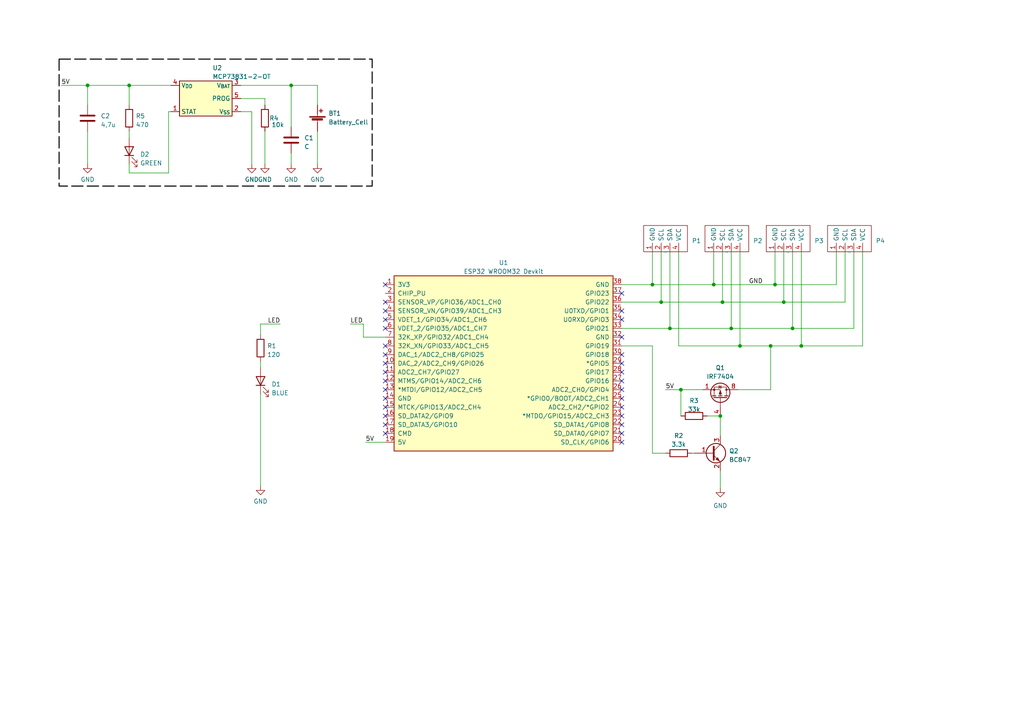
<source format=kicad_sch>
(kicad_sch (version 20230121) (generator eeschema)
  (paper "A4")
  (title_block (title "VR Shield v02") (date "2023-02-16") (rev "v01") (comment 2 "creativecommons.org/licenses/by/4.0/") (comment 3 "License: CC BY 4.0") (comment 4 "Author: Marek Wehning"))
  (lib_symbols
    (symbol "Battery_Management:MCP73831-2-OT"
      (property "Reference" "U2" (at 1.9559 8.89 0))
      (property "Value" "MCP73831-2-OT" (at 1.9559 6.35 0))
      (symbol "MCP73831-2-OT_0_1"
        (rectangle (start -7.62 5.08) (end 7.62 -5.08) (stroke (width 0.254)) (fill (type background)))
      )
      (symbol "MCP73831-2-OT_1_1"
        (pin output line (at -10.16 -3.81 0) (length 2.54) (name "STAT") (number "1"))
        (pin power_in line (at 10.16 -3.81 180) (length 2.54) (name "V_{SS}") (number "2"))
        (pin power_out line (at 10.16 3.81 180) (length 2.54) (name "V_{BAT}") (number "3"))
        (pin power_in line (at -10.16 3.81 0) (length 2.54) (name "V_{DD}") (number "4"))
        (pin input line (at 10.16 0 180) (length 2.54) (name "PROG") (number "5"))
      )
    )
    (symbol "Device:Battery_Cell" (pin_numbers hide) (pin_names (offset 0) hide)
      (property "Reference" "BT" (at 2.54 2.54 0))
      (property "Value" "Battery_Cell" (at 2.54 0 0))
      (symbol "Battery_Cell_0_1"
        (rectangle (start -2.286 1.778) (end 2.286 1.524) (fill (type outline)))
        (rectangle (start -1.5748 1.1938) (end 1.4732 0.6858) (fill (type outline)))
        (polyline (pts (xy 0 0.762) (xy 0 0)))
        (polyline (pts (xy 0 1.778) (xy 0 2.54)))
        (polyline (pts (xy 0.508 3.429) (xy 1.524 3.429)) (stroke (width 0.254)))
        (polyline (pts (xy 1.016 3.937) (xy 1.016 2.921)) (stroke (width 0.254)))
      )
      (symbol "Battery_Cell_1_1"
        (pin passive line (at 0 5.08 270) (length 2.54) (name "+") (number "1"))
        (pin passive line (at 0 -2.54 90) (length 2.54) (name "-") (number "2"))
      )
    )
    (symbol "Device:C" (pin_numbers hide) (pin_names (offset 0.254))
      (property "Reference" "C" (at 0.635 2.54 0))
      (property "Value" "C" (at 0.635 -2.54 0))
      (symbol "C_0_1"
        (polyline (pts (xy -2.032 -0.762) (xy 2.032 -0.762)) (stroke (width 0.508)))
        (polyline (pts (xy -2.032 0.762) (xy 2.032 0.762)) (stroke (width 0.508)))
      )
      (symbol "C_1_1"
        (pin passive line (at 0 3.81 270) (length 2.794) (name "~") (number "1"))
        (pin passive line (at 0 -3.81 90) (length 2.794) (name "~") (number "2"))
      )
    )
    (symbol "Device:LED" (pin_numbers hide) (pin_names (offset 1.016) hide)
      (property "Reference" "D" (at 0 2.54 0))
      (property "Value" "LED" (at 0 -2.54 0))
      (symbol "LED_0_1"
        (polyline (pts (xy -1.27 -1.27) (xy -1.27 1.27)) (stroke (width 0.254)))
        (polyline (pts (xy -1.27 0) (xy 1.27 0)))
        (polyline (pts (xy 1.27 -1.27) (xy 1.27 1.27) (xy -1.27 0) (xy 1.27 -1.27)) (stroke (width 0.254)))
        (polyline (pts (xy -3.048 -0.762) (xy -4.572 -2.286) (xy -3.81 -2.286) (xy -4.572 -2.286) (xy -4.572 -1.524)))
        (polyline (pts (xy -1.778 -0.762) (xy -3.302 -2.286) (xy -2.54 -2.286) (xy -3.302 -2.286) (xy -3.302 -1.524)))
      )
      (symbol "LED_1_1"
        (pin passive line (at -3.81 0 0) (length 2.54) (name "K") (number "1"))
        (pin passive line (at 3.81 0 180) (length 2.54) (name "A") (number "2"))
      )
    )
    (symbol "Device:R" (pin_numbers hide) (pin_names (offset 0))
      (property "Reference" "R" (at 2.032 0 90))
      (property "Value" "R" (at 0 0 90))
      (symbol "R_0_1"
        (rectangle (start -1.016 -2.54) (end 1.016 2.54) (stroke (width 0.254)))
      )
      (symbol "R_1_1"
        (pin passive line (at 0 3.81 270) (length 1.27) (name "~") (number "1"))
        (pin passive line (at 0 -3.81 90) (length 1.27) (name "~") (number "2"))
      )
    )
    (symbol "Espressif:ESP32-DevKitC" (pin_names (offset 1.016))
      (property "Reference" "U" (at -30.48 30.48 0))
      (property "Value" "ESP32-DevKitC" (at -30.48 27.94 0))
      (symbol "ESP32-DevKitC_0_0"
        (pin power_in line (at -33.02 -10.16 0) (length 2.54) (name "GND") (number "14"))
        (pin power_in line (at -33.02 -22.86 0) (length 2.54) (name "5V") (number "19"))
      )
      (symbol "ESP32-DevKitC_0_1"
        (rectangle (start -30.48 25.4) (end 33.02 -25.4) (stroke (width 0.254)) (fill (type background)))
      )
      (symbol "ESP32-DevKitC_1_1"
        (pin power_in line (at -33.02 22.86 0) (length 2.54) (name "3V3") (number "1"))
        (pin bidirectional line (at -33.02 0 0) (length 2.54) (name "DAC_2/ADC2_CH9/GPIO26") (number "10"))
        (pin bidirectional line (at -33.02 -2.54 0) (length 2.54) (name "ADC2_CH7/GPIO27") (number "11"))
        (pin bidirectional line (at -33.02 -5.08 0) (length 2.54) (name "MTMS/GPIO14/ADC2_CH6") (number "12"))
        (pin bidirectional line (at -33.02 -7.62 0) (length 2.54) (name "*MTDI/GPIO12/ADC2_CH5") (number "13"))
        (pin bidirectional line (at -33.02 -12.7 0) (length 2.54) (name "MTCK/GPIO13/ADC2_CH4") (number "15"))
        (pin bidirectional line (at -33.02 -15.24 0) (length 2.54) (name "SD_DATA2/GPIO9") (number "16"))
        (pin bidirectional line (at -33.02 -17.78 0) (length 2.54) (name "SD_DATA3/GPIO10") (number "17"))
        (pin bidirectional line (at -33.02 -20.32 0) (length 2.54) (name "CMD") (number "18"))
        (pin input line (at -33.02 20.32 0) (length 2.54) (name "CHIP_PU") (number "2"))
        (pin bidirectional line (at 35.56 -22.86 180) (length 2.54) (name "SD_CLK/GPIO6") (number "20"))
        (pin bidirectional line (at 35.56 -20.32 180) (length 2.54) (name "SD_DATA0/GPIO7") (number "21"))
        (pin bidirectional line (at 35.56 -17.78 180) (length 2.54) (name "SD_DATA1/GPIO8") (number "22"))
        (pin bidirectional line (at 35.56 -15.24 180) (length 2.54) (name "*MTDO/GPIO15/ADC2_CH3") (number "23"))
        (pin bidirectional line (at 35.56 -12.7 180) (length 2.54) (name "ADC2_CH2/*GPIO2") (number "24"))
        (pin bidirectional line (at 35.56 -10.16 180) (length 2.54) (name "*GPIO0/BOOT/ADC2_CH1") (number "25"))
        (pin bidirectional line (at 35.56 -7.62 180) (length 2.54) (name "ADC2_CH0/GPIO4") (number "26"))
        (pin bidirectional line (at 35.56 -5.08 180) (length 2.54) (name "GPIO16") (number "27"))
        (pin bidirectional line (at 35.56 -2.54 180) (length 2.54) (name "GPIO17") (number "28"))
        (pin bidirectional line (at 35.56 0 180) (length 2.54) (name "*GPIO5") (number "29"))
        (pin input line (at -33.02 17.78 0) (length 2.54) (name "SENSOR_VP/GPIO36/ADC1_CH0") (number "3"))
        (pin bidirectional line (at 35.56 2.54 180) (length 2.54) (name "GPIO18") (number "30"))
        (pin bidirectional line (at 35.56 5.08 180) (length 2.54) (name "GPIO19") (number "31"))
        (pin power_in line (at 35.56 7.62 180) (length 2.54) (name "GND") (number "32"))
        (pin bidirectional line (at 35.56 10.16 180) (length 2.54) (name "GPIO21") (number "33"))
        (pin bidirectional line (at 35.56 12.7 180) (length 2.54) (name "U0RXD/GPIO3") (number "34"))
        (pin bidirectional line (at 35.56 15.24 180) (length 2.54) (name "U0TXD/GPIO1") (number "35"))
        (pin bidirectional line (at 35.56 17.78 180) (length 2.54) (name "GPIO22") (number "36"))
        (pin bidirectional line (at 35.56 20.32 180) (length 2.54) (name "GPIO23") (number "37"))
        (pin power_in line (at 35.56 22.86 180) (length 2.54) (name "GND") (number "38"))
        (pin input line (at -33.02 15.24 0) (length 2.54) (name "SENSOR_VN/GPIO39/ADC1_CH3") (number "4"))
        (pin input line (at -33.02 12.7 0) (length 2.54) (name "VDET_1/GPIO34/ADC1_CH6") (number "5"))
        (pin input line (at -33.02 10.16 0) (length 2.54) (name "VDET_2/GPIO35/ADC1_CH7") (number "6"))
        (pin bidirectional line (at -33.02 7.62 0) (length 2.54) (name "32K_XP/GPIO32/ADC1_CH4") (number "7"))
        (pin bidirectional line (at -33.02 5.08 0) (length 2.54) (name "32K_XN/GPIO33/ADC1_CH5") (number "8"))
        (pin bidirectional line (at -33.02 2.54 0) (length 2.54) (name "DAC_1/ADC2_CH8/GPIO25") (number "9"))
      )
    )
    (symbol "I2CSockets:I2CSocket"
      (property "Reference" "P" (at 0 8.89 0))
      (symbol "I2CSocket_0_1"
        (rectangle (start -6.35 0) (end 6.35 -7.62))
      )
      (symbol "I2CSocket_1_1"
        (pin input line (at 3.81 0 270) (length 2.54) (name "GND") (number "1"))
        (pin input line (at 1.27 0 270) (length 2.54) (name "SCL") (number "2"))
        (pin input line (at -1.27 0 270) (length 2.54) (name "SDA") (number "3"))
        (pin input line (at -3.81 0 270) (length 2.54) (name "VCC") (number "4"))
      )
    )
    (symbol "Transistor_BJT:BC847" (pin_names (offset 0) hide)
      (property "Reference" "Q" (at 5.08 1.905 0))
      (property "Value" "BC847" (at 5.08 0 0))
      (symbol "BC847_0_1"
        (polyline (pts (xy 0.635 0.635) (xy 2.54 2.54)))
        (polyline (pts (xy 0.635 -0.635) (xy 2.54 -2.54) (xy 2.54 -2.54)))
        (polyline (pts (xy 0.635 1.905) (xy 0.635 -1.905) (xy 0.635 -1.905)) (stroke (width 0.508)))
        (polyline (pts (xy 1.27 -1.778) (xy 1.778 -1.27) (xy 2.286 -2.286) (xy 1.27 -1.778) (xy 1.27 -1.778)) (fill (type outline)))
        (circle (center 1.27 0) (radius 2.8194) (stroke (width 0.254)))
      )
      (symbol "BC847_1_1"
        (pin input line (at -5.08 0 0) (length 5.715) (name "B") (number "1"))
        (pin passive line (at 2.54 -5.08 90) (length 2.54) (name "E") (number "2"))
        (pin passive line (at 2.54 5.08 270) (length 2.54) (name "C") (number "3"))
      )
    )
    (symbol "Transistor_FET:IRF7404" (pin_names hide)
      (property "Reference" "Q" (at 5.08 1.905 0))
      (property "Value" "IRF7404" (at 5.08 0 0))
      (symbol "IRF7404_0_1"
        (polyline (pts (xy 0.254 0) (xy -2.54 0)))
        (polyline (pts (xy 0.254 1.905) (xy 0.254 -1.905)) (stroke (width 0.254)))
        (polyline (pts (xy 0.762 -1.27) (xy 0.762 -2.286)) (stroke (width 0.254)))
        (polyline (pts (xy 0.762 0.508) (xy 0.762 -0.508)) (stroke (width 0.254)))
        (polyline (pts (xy 0.762 2.286) (xy 0.762 1.27)) (stroke (width 0.254)))
        (polyline (pts (xy 2.54 2.54) (xy 2.54 1.778)))
        (polyline (pts (xy 2.54 -2.54) (xy 2.54 0) (xy 0.762 0)))
        (polyline (pts (xy 0.762 1.778) (xy 3.302 1.778) (xy 3.302 -1.778) (xy 0.762 -1.778)))
        (polyline (pts (xy 2.286 0) (xy 1.27 0.381) (xy 1.27 -0.381) (xy 2.286 0)) (fill (type outline)))
        (polyline (pts (xy 2.794 -0.508) (xy 2.921 -0.381) (xy 3.683 -0.381) (xy 3.81 -0.254)))
        (polyline (pts (xy 3.302 -0.381) (xy 2.921 0.254) (xy 3.683 0.254) (xy 3.302 -0.381)))
        (circle (center 1.651 0) (radius 2.794) (stroke (width 0.254)))
        (circle (center 2.54 -1.778) (radius 0.254) (fill (type outline)))
        (circle (center 2.54 1.778) (radius 0.254) (fill (type outline)))
      )
      (symbol "IRF7404_1_1"
        (pin passive line (at 2.54 -5.08 90) (length 2.54) (name "S") (number "1"))
        (pin passive line (at 2.54 -5.08 90) (length 2.54) hide (name "S") (number "2"))
        (pin passive line (at 2.54 -5.08 90) (length 2.54) hide (name "S") (number "3"))
        (pin passive line (at -5.08 0 0) (length 2.54) (name "G") (number "4"))
        (pin passive line (at 2.54 5.08 270) (length 2.54) hide (name "D") (number "5"))
        (pin passive line (at 2.54 5.08 270) (length 2.54) hide (name "D") (number "6"))
        (pin passive line (at 2.54 5.08 270) (length 2.54) hide (name "D") (number "7"))
        (pin passive line (at 2.54 5.08 270) (length 2.54) (name "D") (number "8"))
      )
    )
    (symbol "power:GND" (power) (pin_names (offset 0))
      (property "Value" "GND" (at 0 -3.81 0))
      (symbol "GND_0_1"
        (polyline (pts (xy 0 0) (xy 0 -1.27) (xy 1.27 -1.27) (xy 0 -2.54) (xy -1.27 -1.27) (xy 0 -1.27)))
      )
      (symbol "GND_1_1"
        (pin power_in line (at 0 0 270) (length 0) hide (name "GND") (number "1"))
      )
    )
  )
  (junction (at 37.465 24.765))
  (junction (at 25.4 24.765))
  (junction (at 212.09 95.25))
  (junction (at 208.915 120.65))
  (junction (at 209.55 87.63))
  (junction (at 194.31 95.25))
  (junction (at 224.79 82.55))
  (junction (at 207.01 82.55))
  (junction (at 214.63 100.33))
  (junction (at 232.41 100.33))
  (junction (at 84.455 24.765))
  (junction (at 191.77 87.63))
  (junction (at 227.33 87.63))
  (junction (at 229.87 95.25))
  (junction (at 223.52 100.33))
  (junction (at 189.23 82.55))
  (junction (at 197.485 113.03))
  (no_connect (at 111.76 115.57))
  (no_connect (at 111.76 120.65))
  (no_connect (at 180.34 105.41))
  (no_connect (at 111.76 90.17))
  (no_connect (at 180.34 123.19))
  (no_connect (at 180.34 92.71))
  (no_connect (at 180.34 90.17))
  (no_connect (at 180.34 118.11))
  (no_connect (at 180.34 113.03))
  (no_connect (at 180.34 97.79))
  (no_connect (at 180.34 120.65))
  (no_connect (at 111.76 92.71))
  (no_connect (at 180.34 128.27))
  (no_connect (at 111.76 105.41))
  (no_connect (at 180.34 115.57))
  (no_connect (at 111.76 110.49))
  (no_connect (at 111.76 102.87))
  (no_connect (at 111.76 107.95))
  (no_connect (at 111.76 82.55))
  (no_connect (at 111.76 113.03))
  (no_connect (at 111.76 123.19))
  (no_connect (at 111.76 87.63))
  (no_connect (at 180.34 110.49))
  (no_connect (at 180.34 125.73))
  (no_connect (at 111.76 118.11))
  (no_connect (at 180.34 107.95))
  (no_connect (at 111.76 100.33))
  (no_connect (at 180.34 102.87))
  (no_connect (at 111.76 95.25))
  (no_connect (at 180.34 85.09))
  (no_connect (at 111.76 125.73))
  (wire (pts (xy 69.85 28.575) (xy 76.835 28.575)))
  (wire (pts (xy 193.04 113.03) (xy 197.485 113.03)))
  (wire (pts (xy 48.895 50.165) (xy 48.895 32.385)))
  (wire (pts (xy 224.79 73.025) (xy 224.79 82.55)))
  (wire (pts (xy 191.77 87.63) (xy 191.77 73.025)))
  (wire (pts (xy 208.915 120.65) (xy 208.915 126.365)))
  (wire (pts (xy 189.23 131.445) (xy 189.23 100.33)))
  (wire (pts (xy 232.41 100.33) (xy 223.52 100.33)))
  (wire (pts (xy 180.34 95.25) (xy 194.31 95.25)))
  (wire (pts (xy 76.835 28.575) (xy 76.835 30.48)))
  (wire (pts (xy 73.025 32.385) (xy 73.025 47.625)))
  (wire (pts (xy 227.33 87.63) (xy 245.11 87.63)))
  (wire (pts (xy 224.79 82.55) (xy 242.57 82.55)))
  (wire (pts (xy 37.465 38.1) (xy 37.465 40.005)))
  (wire (pts (xy 76.835 38.1) (xy 76.835 47.625)))
  (wire (pts (xy 214.63 73.025) (xy 214.63 100.33)))
  (wire (pts (xy 229.87 73.025) (xy 229.87 95.25)))
  (wire (pts (xy 75.565 114.3) (xy 75.565 140.97)))
  (wire (pts (xy 223.52 113.03) (xy 223.52 100.33)))
  (wire (pts (xy 197.485 113.03) (xy 203.835 113.03)))
  (wire (pts (xy 84.455 44.45) (xy 84.455 47.625)))
  (wire (pts (xy 17.78 24.765) (xy 25.4 24.765)))
  (wire (pts (xy 75.565 104.775) (xy 75.565 106.68)))
  (wire (pts (xy 25.4 24.765) (xy 25.4 30.48)))
  (wire (pts (xy 212.09 73.025) (xy 212.09 95.25)))
  (wire (pts (xy 223.52 100.33) (xy 214.63 100.33)))
  (wire (pts (xy 208.915 136.525) (xy 208.915 141.605)))
  (wire (pts (xy 200.66 131.445) (xy 201.295 131.445)))
  (wire (pts (xy 189.23 82.55) (xy 189.23 73.025)))
  (wire (pts (xy 207.01 82.55) (xy 224.79 82.55)))
  (wire (pts (xy 189.23 82.55) (xy 207.01 82.55)))
  (wire (pts (xy 92.075 38.1) (xy 92.075 47.625)))
  (wire (pts (xy 105.41 93.98) (xy 105.41 97.79)))
  (wire (pts (xy 69.85 32.385) (xy 73.025 32.385)))
  (wire (pts (xy 180.34 87.63) (xy 191.77 87.63)))
  (wire (pts (xy 106.045 128.27) (xy 111.76 128.27)))
  (wire (pts (xy 180.34 82.55) (xy 189.23 82.55)))
  (wire (pts (xy 209.55 87.63) (xy 227.33 87.63)))
  (wire (pts (xy 105.41 97.79) (xy 111.76 97.79)))
  (wire (pts (xy 227.33 73.025) (xy 227.33 87.63)))
  (wire (pts (xy 213.995 113.03) (xy 223.52 113.03)))
  (wire (pts (xy 197.485 120.65) (xy 197.485 113.03)))
  (wire (pts (xy 214.63 100.33) (xy 196.85 100.33)))
  (wire (pts (xy 196.85 73.025) (xy 196.85 100.33)))
  (wire (pts (xy 37.465 24.765) (xy 37.465 30.48)))
  (wire (pts (xy 101.6 93.98) (xy 105.41 93.98)))
  (wire (pts (xy 75.565 97.155) (xy 75.565 93.98)))
  (wire (pts (xy 242.57 73.025) (xy 242.57 82.55)))
  (wire (pts (xy 92.075 24.765) (xy 84.455 24.765)))
  (wire (pts (xy 205.105 120.65) (xy 208.915 120.65)))
  (wire (pts (xy 37.465 50.165) (xy 48.895 50.165)))
  (wire (pts (xy 250.19 100.33) (xy 232.41 100.33)))
  (wire (pts (xy 191.77 87.63) (xy 209.55 87.63)))
  (wire (pts (xy 209.55 73.025) (xy 209.55 87.63)))
  (wire (pts (xy 25.4 38.1) (xy 25.4 47.625)))
  (wire (pts (xy 84.455 24.765) (xy 84.455 36.83)))
  (wire (pts (xy 48.895 32.385) (xy 49.53 32.385)))
  (wire (pts (xy 75.565 93.98) (xy 81.28 93.98)))
  (wire (pts (xy 245.11 73.025) (xy 245.11 87.63)))
  (wire (pts (xy 212.09 95.25) (xy 194.31 95.25)))
  (wire (pts (xy 189.23 100.33) (xy 180.34 100.33)))
  (wire (pts (xy 194.31 95.25) (xy 194.31 73.025)))
  (wire (pts (xy 25.4 24.765) (xy 37.465 24.765)))
  (wire (pts (xy 229.87 95.25) (xy 247.65 95.25)))
  (wire (pts (xy 92.075 30.48) (xy 92.075 24.765)))
  (wire (pts (xy 212.09 95.25) (xy 229.87 95.25)))
  (wire (pts (xy 193.04 131.445) (xy 189.23 131.445)))
  (wire (pts (xy 37.465 24.765) (xy 49.53 24.765)))
  (wire (pts (xy 232.41 73.025) (xy 232.41 100.33)))
  (wire (pts (xy 207.01 73.025) (xy 207.01 82.55)))
  (wire (pts (xy 37.465 47.625) (xy 37.465 50.165)))
  (wire (pts (xy 250.19 73.025) (xy 250.19 100.33)))
  (wire (pts (xy 69.85 24.765) (xy 84.455 24.765)))
  (wire (pts (xy 247.65 73.025) (xy 247.65 95.25)))
  (rectangle (start 17.145 17.145) (end 107.95 53.975) (stroke (width 0.3) (type dash) (color 0 0 0 1)))
  (label "5V" (at 193.04 113.03 0))
  (label "5V" (at 17.78 24.765 0))
  (label "GND" (at 217.17 82.55 0))
  (label "LED" (at 81.28 93.98 180))
  (label "5V" (at 106.045 128.27 0))
  (label "LED" (at 101.6 93.98 0))
  (symbol (lib_id "Device:C") (at 84.455 40.64 0) (unit 1)
    (property "Reference" "C1" (at 88.265 40.005 0) (effects (justify left)))
    (property "Value" "C" (at 88.265 42.545 0) (effects (justify left)))
    (property "Footprint" "Capacitor_SMD:C_0805_2012Metric_Pad1.18x1.45mm_HandSolder" (effects hide))
  )
  (symbol (lib_id "power:GND") (at 92.075 47.625 0) (unit 1)
    (property "Reference" "#PWR07" (effects hide))
    (property "Value" "GND" (at 92.075 52.07 0))
  )
  (symbol (lib_id "Device:LED") (at 75.565 110.49 90) (unit 1)
    (property "Reference" "D1" (at 78.74 111.4425 90) (effects (justify right)))
    (property "Value" "BLUE" (at 78.74 113.9825 90) (effects (justify right)))
    (property "Footprint" "LED_SMD:LED_0805_2012Metric_Pad1.15x1.40mm_HandSolder" (effects hide))
  )
  (symbol (lib_id "Battery_Management:MCP73831-2-OT") (at 59.69 28.575 0) (unit 1)
    (property "Reference" "U2" (at 61.6459 19.685 0) (effects (justify left)))
    (property "Value" "MCP73831-2-OT" (at 61.6459 22.225 0) (effects (justify left)))
    (property "Footprint" "Package_TO_SOT_SMD:SOT-23-5" (effects hide))
    (property "Datasheet" "http://ww1.microchip.com/downloads/en/DeviceDoc/20001984g.pdf" (effects hide))
  )
  (symbol (lib_id "Device:Battery_Cell") (at 92.075 35.56 0) (unit 1)
    (property "Reference" "BT1" (at 95.25 32.893 0) (effects (justify left)))
    (property "Value" "Battery_Cell" (at 95.25 35.433 0) (effects (justify left)))
    (property "Footprint" "Connector_JST:JST_SH_BM02B-SRSS-TB_1x02-1MP_P1.00mm_Vertical" (effects hide))
  )
  (symbol (lib_id "I2CSockets:I2CSocket") (at 193.04 73.025 180) (unit 1)
    (property "Reference" "P1" (at 200.66 69.85 0) (effects (justify right)))
    (property "Value" "~" (at 193.04 73.025 0))
    (property "Footprint" "Custom:TE_Micro-MaTch_215079-4_2x02_P1.27mm_Vertical" (effects hide))
  )
  (symbol (lib_id "power:GND") (at 75.565 140.97 0) (unit 1)
    (property "Reference" "#PWR02" (effects hide))
    (property "Value" "GND" (at 75.565 145.415 0))
  )
  (symbol (lib_id "Device:LED") (at 37.465 43.815 90) (unit 1)
    (property "Reference" "D2" (at 40.64 44.7675 90) (effects (justify right)))
    (property "Value" "GREEN" (at 40.64 47.3075 90) (effects (justify right)))
    (property "Footprint" "LED_SMD:LED_0805_2012Metric_Pad1.15x1.40mm_HandSolder" (effects hide))
  )
  (symbol (lib_id "Device:R") (at 75.565 100.965 0) (unit 1)
    (property "Reference" "R1" (at 77.47 100.33 0) (effects (justify left)))
    (property "Value" "120" (at 77.47 102.87 0) (effects (justify left)))
    (property "Footprint" "Resistor_SMD:R_0805_2012Metric_Pad1.20x1.40mm_HandSolder" (effects hide))
  )
  (symbol (lib_id "Device:R") (at 201.295 120.65 270) (unit 1)
    (property "Reference" "R3" (at 201.295 116.205 90))
    (property "Value" "33k" (at 201.295 118.745 90))
    (property "Footprint" "Resistor_SMD:R_0805_2012Metric_Pad1.20x1.40mm_HandSolder" (effects hide))
  )
  (symbol (lib_id "Espressif:ESP32-DevKitC") (at 144.78 105.41 0) (unit 1)
    (property "Reference" "U1" (at 146.05 76.2 0))
    (property "Value" "ESP32 WROOM32 Devkit" (at 146.05 78.74 0))
    (property "Footprint" "Espressif:ESP32-DevKitC" (effects hide))
    (property "Datasheet" "https://docs.espressif.com/projects/esp-idf/zh_CN/latest/esp32/hw-reference/esp32/get-started-devkitc.html" (effects hide))
  )
  (symbol (lib_id "I2CSockets:I2CSocket") (at 228.6 73.025 180) (unit 1)
    (property "Reference" "P3" (at 236.22 69.85 0) (effects (justify right)))
    (property "Value" "~" (at 228.6 73.025 0))
    (property "Footprint" "Custom:TE_Micro-MaTch_215079-4_2x02_P1.27mm_Vertical" (effects hide))
  )
  (symbol (lib_id "Device:C") (at 25.4 34.29 0) (unit 1)
    (property "Reference" "C2" (at 29.21 33.655 0) (effects (justify left)))
    (property "Value" "4,7u" (at 29.21 36.195 0) (effects (justify left)))
    (property "Footprint" "Capacitor_SMD:C_0805_2012Metric_Pad1.18x1.45mm_HandSolder" (effects hide))
  )
  (symbol (lib_id "power:GND") (at 73.025 47.625 0) (unit 1)
    (property "Reference" "#PWR04" (effects hide))
    (property "Value" "GND" (at 73.025 52.07 0))
  )
  (symbol (lib_id "power:GND") (at 208.915 141.605 0) (unit 1)
    (property "Reference" "#PWR03" (effects hide))
    (property "Value" "GND" (at 208.915 146.685 0))
  )
  (symbol (lib_id "Device:R") (at 76.835 34.29 0) (unit 1)
    (property "Reference" "R4" (at 78.105 34.29 0) (effects (justify left)))
    (property "Value" "10k" (at 78.74 36.195 0) (effects (justify left)))
    (property "Footprint" "Resistor_SMD:R_0805_2012Metric_Pad1.20x1.40mm_HandSolder" (effects hide))
  )
  (symbol (lib_id "Transistor_BJT:BC847") (at 206.375 131.445 0) (unit 1)
    (property "Reference" "Q2" (at 211.455 130.81 0) (effects (justify left)))
    (property "Value" "BC847" (at 211.455 133.35 0) (effects (justify left)))
    (property "Footprint" "Package_TO_SOT_SMD:SOT-23" (effects hide))
    (property "Datasheet" "http://www.infineon.com/dgdl/Infineon-BC847SERIES_BC848SERIES_BC849SERIES_BC850SERIES-DS-v01_01-en.pdf?fileId=db3a304314dca389011541d4630a1657" (effects hide))
  )
  (symbol (lib_id "I2CSockets:I2CSocket") (at 210.82 73.025 180) (unit 1)
    (property "Reference" "P2" (at 218.44 69.85 0) (effects (justify right)))
    (property "Value" "~" (at 210.82 73.025 0))
    (property "Footprint" "Custom:TE_Micro-MaTch_215079-4_2x02_P1.27mm_Vertical" (effects hide))
  )
  (symbol (lib_id "Device:R") (at 37.465 34.29 0) (unit 1)
    (property "Reference" "R5" (at 39.37 33.655 0) (effects (justify left)))
    (property "Value" "470" (at 39.37 36.195 0) (effects (justify left)))
    (property "Footprint" "Resistor_SMD:R_0805_2012Metric_Pad1.20x1.40mm_HandSolder" (effects hide))
  )
  (symbol (lib_id "power:GND") (at 76.835 47.625 0) (unit 1)
    (property "Reference" "#PWR05" (effects hide))
    (property "Value" "GND" (at 76.835 52.07 0))
  )
  (symbol (lib_id "power:GND") (at 84.455 47.625 0) (unit 1)
    (property "Reference" "#PWR06" (effects hide))
    (property "Value" "GND" (at 84.455 52.07 0))
  )
  (symbol (lib_id "Device:R") (at 196.85 131.445 90) (unit 1)
    (property "Reference" "R2" (at 196.85 126.365 90))
    (property "Value" "3.3k" (at 196.85 128.905 90))
    (property "Footprint" "Resistor_SMD:R_0805_2012Metric_Pad1.20x1.40mm_HandSolder" (effects hide))
  )
  (symbol (lib_id "Transistor_FET:IRF7404") (at 208.915 115.57 270) (mirror x) (unit 1)
    (property "Reference" "Q1" (at 208.915 106.68 90))
    (property "Value" "IRF7404" (at 208.915 109.22 90))
    (property "Footprint" "Package_SO:SOIC-8_3.9x4.9mm_P1.27mm" (effects hide))
    (property "Datasheet" "http://www.infineon.com/dgdl/irf7404.pdf?fileId=5546d462533600a4015355fa2b5b1b9e" (effects hide))
  )
  (symbol (lib_id "I2CSockets:I2CSocket") (at 246.38 73.025 180) (unit 1)
    (property "Reference" "P4" (at 254 69.85 0) (effects (justify right)))
    (property "Value" "~" (at 246.38 73.025 0))
    (property "Footprint" "Custom:TE_Micro-MaTch_215079-4_2x02_P1.27mm_Vertical" (effects hide))
  )
  (symbol (lib_id "power:GND") (at 25.4 47.625 0) (unit 1)
    (property "Reference" "#PWR08" (effects hide))
    (property "Value" "GND" (at 25.4 52.07 0))
  )
)
</source>
